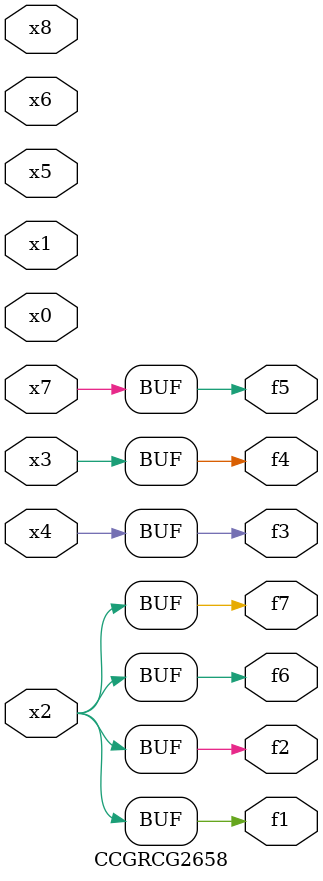
<source format=v>
module CCGRCG2658(
	input x0, x1, x2, x3, x4, x5, x6, x7, x8,
	output f1, f2, f3, f4, f5, f6, f7
);
	assign f1 = x2;
	assign f2 = x2;
	assign f3 = x4;
	assign f4 = x3;
	assign f5 = x7;
	assign f6 = x2;
	assign f7 = x2;
endmodule

</source>
